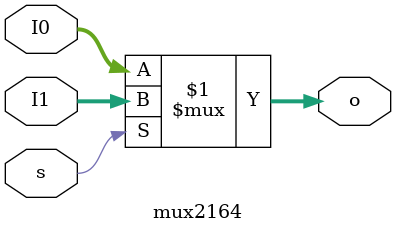
<source format=v>
`timescale 1ns / 1ps


module mux2164(
    input [63:0] I0,
    input [63:0] I1,
    input s,
    output [63:0] o
    );

    assign o = s? I1:I0;
endmodule

</source>
